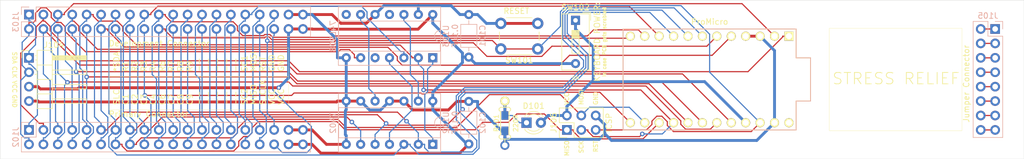
<source format=kicad_pcb>
(kicad_pcb (version 20221018) (generator pcbnew)
  (layers (0 "F.Cu" signal) (31 "B.Cu" signal) (34 "B.Paste" user) (35 "F.Paste" user) (36 "B.SilkS" user "B.Silkscreen") (37 "F.SilkS" user "F.Silkscreen") (38 "B.Mask" user) (39 "F.Mask" user) (44 "Edge.Cuts" user))
  (net 0 "")
  (net 1 "VCC")
  (net 2 "GND")
  (net 3 "Net-(D101-K)")
  (net 4 "/VCC_RAW")
  (net 5 "SDA")
  (net 6 "SCL")
  (net 7 "SW_ROW1")
  (net 8 "SW_COL1")
  (net 9 "SW_ROW2")
  (net 10 "SW_COL2")
  (net 11 "SW_COL3")
  (net 12 "SW_COL4")
  (net 13 "SW_ROW5")
  (net 14 "SW_COL5")
  (net 15 "SW_ROW6")
  (net 16 "SW_COL6")
  (net 17 "SW_ROW7")
  (net 18 "SW_COL7")
  (net 19 "SW_ROW8")
  (net 20 "SW_COL8")
  (net 21 "SW_ROW9")
  (net 22 "SW_COL9")
  (net 23 "/DP21")
  (net 24 "/DP22")
  (net 25 "/DP23")
  (net 26 "/DP24")
  (net 27 "/DP25")
  (net 28 "/DP26")
  (net 29 "/DP27")
  (net 30 "/DP28")
  (net 31 "/DP29")
  (net 32 "/DP30")
  (net 33 "SPI_CS1")
  (net 34 "SPI_CS2")
  (net 35 "SPI_MOSI")
  (net 36 "SPI_MISO")
  (net 37 "RST")
  (net 38 "SPI_CLK")
  (net 42 "Net-(U102-Pad1)")
  (net 43 "Net-(U102-Pad4)")
  (net 44 "Net-(U102-Pad10)")
  (net 45 "Net-(U102-Pad13)")
  (net 46 "Net-(J105-Pin_1)")
  (net 47 "Net-(J105-Pin_3)")
  (net 48 "Net-(J105-Pin_5)")
  (net 49 "Net-(J105-Pin_7)")
  (net 50 "Net-(J105-Pin_10)")
  (net 51 "Net-(J105-Pin_11)")
  (net 52 "Net-(J105-Pin_13)")
  (net 53 "Net-(J105-Pin_15)")
  (net 54 "SW_ROW3")
  (net 55 "SW_ROW4")
  (net 56 "/i2C_SCL")
  (footprint "MountingHole:MountingHole_2.7mm" (layer "F.Cu") (at 184.15 201.316)
    (fp_text reference "H104" hide)
    (fp_text value "Stress Relief" hide)
  )
  (footprint "MountingHole:MountingHole_2.7mm" (layer "F.Cu") (at 175.514 201.316)
    (fp_text reference "H102" hide)
    (fp_text value "Stress Relief" hide)
  )
  (footprint "promicro:ProMicro" (layer "F.Cu") (at 151.384 195.326 180)
    (fp_text reference "U101" hide)
    (fp_text value "ProMicro")
  )
  (footprint "MountingHole:MountingHole_2.7mm" (layer "F.Cu") (at 175.514 189.336)
    (fp_text reference "H101" hide)
    (fp_text value "Stress Relief" hide)
  )
  (footprint "Button_Switch_THT:SW_PUSH_6mm" (layer "F.Cu") (at 121.106 189.956 180)
    (fp_text reference "SW101")
    (fp_text value "RESET")
  )
  (footprint "keebio:Resistor-Hybrid" (layer "F.Cu") (at 115.316 203.026 -90)
    (fp_text reference "R101")
    (fp_text value "220R")
  )
  (footprint "MountingHole:MountingHole_2.7mm" (layer "F.Cu") (at 192.786 189.336)
    (fp_text reference "H105" hide)
    (fp_text value "Stress Relief" hide)
  )
  (footprint "Button_Switch_THT:SW_DIP_SPSTx01_Slide_9.78x4.72mm_W7.62mm_P2.54mm" (layer "F.Cu") (at 127.762 184.912 -90)
    (fp_text reference "SW102")
    (fp_text value "SW_DIP_x01")
  )
  (footprint "LED_THT:LED_D3.0mm" (layer "F.Cu") (at 119.126 202.946)
    (fp_text reference "D101")
    (fp_text value "LED")
  )
  (footprint "MountingHole:MountingHole_2.7mm" (layer "F.Cu") (at 192.786 201.316)
    (fp_text reference "H106" hide)
    (fp_text value "Stress Relief" hide)
  )
  (footprint "MountingHole:MountingHole_2.7mm" (layer "F.Cu") (at 184.15 189.336)
    (fp_text reference "H103" hide)
    (fp_text value "Stress Relief" hide)
  )
  (footprint "Connector_PinHeader_2.54mm:PinHeader_2x03_P2.54mm_Vertical" (layer "F.Cu") (at 126.238 204.216 90)
    (fp_text reference "J106")
    (fp_text value "ICSP")
  )
  (footprint "Connector_PinHeader_2.54mm:PinHeader_1x04_P2.54mm_Horizontal" (layer "F.Cu") (at 31.496 191.516)
    (fp_text reference "J104")
    (fp_text value "I2C DISPLAY")
  )
  (footprint "Capacitor_THT:C_Axial_L3.8mm_D2.6mm_P7.50mm_Horizontal" (layer "B.Cu") (at 108.966 191.396 90)
    (fp_text reference "C101")
    (fp_text value "0.1uF")
  )
  (footprint "Connector_PinHeader_2.54mm:PinHeader_2x20_P2.54mm_Vertical" (layer "B.Cu") (at 31.496 183.896 -90)
    (fp_text reference "J103")
    (fp_text value "Development Connector")
  )
  (footprint "Package_DIP:DIP-14_W7.62mm_Socket" (layer "B.Cu") (at 102.616 191.506 90)
    (fp_text reference "U103")
    (fp_text value "74LS08")
  )
  (footprint "Connector_PinHeader_2.54mm:PinHeader_2x08_P2.54mm_Vertical" (layer "B.Cu") (at 201.676 186.436 180)
    (fp_text reference "J105")
    (fp_text value "Jumper Connector")
  )
  (footprint "Connector_PinHeader_2.54mm:PinHeader_2x20_P2.54mm_Vertical" (layer "B.Cu") (at 31.496 204.216 -90)
    (fp_text reference "J102")
    (fp_text value "Primary Connector")
  )
  (footprint "Package_DIP:DIP-14_W7.62mm_Socket" (layer "B.Cu") (at 102.616 206.756 90)
    (fp_text reference "U102")
    (fp_text value "7402")
  )
  (footprint "Capacitor_THT:C_Axial_L3.8mm_D2.6mm_P7.50mm_Horizontal" (layer "B.Cu") (at 108.966 206.696 90)
    (fp_text reference "C102")
    (fp_text value "0.1uF")
  )
  (gr_rect locked (start 172.466 186.309) (end 195.834 204.343) (stroke (width 0.05)) (fill none) (layer "F.SilkS"))
  (gr_line (start 26.416 209.296) (end 26.416 181.356) (stroke (width 0.05)) (layer "Edge.Cuts"))
  (gr_line (start 26.416 181.356) (end 28.956 181.356) (stroke (width 0.05)) (layer "Edge.Cuts"))
  (gr_line (start 206.756 181.356) (end 206.756 209.296) (stroke (width 0.05)) (layer "Edge.Cuts"))
  (gr_line (start 28.956 181.356) (end 206.756 181.356) (stroke (width 0.05)) (layer "Edge.Cuts"))
  (gr_line (start 206.756 209.296) (end 26.416 209.296) (stroke (width 0.05)) (layer "Edge.Cuts"))
  (gr_text locked "STRESS RELIEF" (at 172.886904 196.342) (layer "F.SilkS") (effects (font (size 2 2)) (justify left bottom)))
  (gr_text_box "*SDA\nR1\nR2\nR3\nR4\nR6\nR7\nR8\nR9\n--\n--\n--\n--\n--\nSC1\nMOSI\nRST\nGND\nGND" (start 45.593 194.818) (end 77.216 189.738) (angle 90) (layer "F.SilkS") (effects (font (size 1 1)) (justify left top)) (stroke (width 0.05)))
  (gr_text_box "SLC\nC1\nC2\nC3\nC4\nC6\nC7\nC8\nC9\n--\n--\n--\n--\n--\nSC2\nMISO\nS_CLK\nVCC\nVCC" (start 45.593 200.66) (end 77.216 194.818) (angle 90) (layer "F.SilkS") (effects (font (size 1 1)) (justify left top)) (stroke (width 0.05)))
  (segment (start 33.4961 196.996) (end 33.0961 196.596) (width 0.5) (layer "F.Cu") (net 1))
  (segment (start 107.3558 208.3062) (end 108.966 206.696) (width 0.5) (layer "F.Cu") (net 1))
  (segment (start 79.756 186.436) (end 81.3561 186.436) (width 0.5) (layer "F.Cu") (net 1))
  (segment (start 31.496 196.596) (end 33.0961 196.596) (width 0.5) (layer "F.Cu") (net 1))
  (segment (start 102.616 183.886) (end 100.0328 186.4692) (width 0.5) (layer "F.Cu") (net 1))
  (segment (start 77.216 206.756) (end 79.756 206.756) (width 0.5) (layer "F.Cu") (net 1))
  (segment (start 81.3561 206.756) (end 82.9063 208.3062) (width 0.5) (layer "F.Cu") (net 1))
  (segment (start 75.498 196.7847) (end 40.2961 196.7847) (width 0.5) (layer "F.Cu") (net 1))
  (segment (start 40.0848 196.996) (end 33.4961 196.996) (width 0.5) (layer "F.Cu") (net 1))
  (segment (start 79.756 206.756) (end 81.3561 206.756) (width 0.5) (layer "F.Cu") (net 1))
  (segment (start 40.2961 196.7847) (end 40.0848 196.996) (width 0.5) (layer "F.Cu") (net 1))
  (segment (start 100.0328 186.4692) (end 81.3893 186.4692) (width 0.5) (layer "F.Cu") (net 1))
  (segment (start 77.216 186.436) (end 79.756 186.436) (width 0.5) (layer "F.Cu") (net 1))
  (segment (start 82.9063 208.3062) (end 107.3558 208.3062) (width 0.5) (layer "F.Cu") (net 1))
  (segment (start 81.3893 186.4692) (end 81.3561 186.436) (width 0.5) (layer "F.Cu") (net 1))
  (via (at 75.498 196.7847) (size 0.8) (drill 0.4) (layers "F.Cu" "B.Cu") (net 1))
  (segment (start 107.8485 191.396) (end 108.966 191.396) (width 0.5) (layer "B.Cu") (net 1))
  (segment (start 102.616 200.6861) (end 108.6259 206.696) (width 0.5) (layer "B.Cu") (net 1))
  (segment (start 110.102 192.532) (end 108.966 191.396) (width 0.5) (layer "B.Cu") (net 1))
  (segment (start 127.762 192.532) (end 126.2119 192.532) (width 0.5) (layer "B.Cu") (net 1))
  (segment (start 77.216 186.436) (end 77.216 195.0667) (width 0.5) (layer "B.Cu") (net 1))
  (segment (start 126.2119 192.532) (end 110.102 192.532) (width 0.5) (layer "B.Cu") (net 1))
  (segment (start 107.8485 191.396) (end 107.8485 190.6686) (width 0.5) (layer "B.Cu") (net 1))
  (segment (start 107.8485 190.6686) (end 102.616 185.4361) (width 0.5) (layer "B.Cu") (net 1))
  (segment (start 108.6259 206.696) (end 108.966 206.696) (width 0.5) (layer "B.Cu") (net 1))
  (segment (start 102.616 199.136) (end 102.616 197.5859) (width 0.5) (layer "B.Cu") (net 1))
  (segment (start 102.616 199.136) (end 102.616 200.6861) (width 0.5) (layer "B.Cu") (net 1))
  (segment (start 77.216 195.0667) (end 75.498 196.7847) (width 0.5) (layer "B.Cu") (net 1))
  (segment (start 102.616 197.5859) (end 107.8485 192.3534) (width 0.5) (layer "B.Cu") (net 1))
  (segment (start 102.616 183.886) (end 102.616 185.4361) (width 0.5) (layer "B.Cu") (net 1))
  (segment (start 107.8485 192.3534) (end 107.8485 191.396) (width 0.5) (layer "B.Cu") (net 1))
  (segment (start 87.376 206.756) (end 83.8961 206.756) (width 0.5) (layer "F.Cu") (net 2))
  (segment (start 89.916 199.136) (end 87.376 199.136) (width 0.5) (layer "F.Cu") (net 2))
  (segment (start 106.8739 199.196) (end 108.966 199.196) (width 0.5) (layer "F.Cu") (net 2))
  (segment (start 97.536 199.136) (end 94.996 199.136) (width 0.5) (layer "F.Cu") (net 2))
  (segment (start 33.2475 199.2874) (end 85.6745 199.2874) (width 0.5) (layer "F.Cu") (net 2))
  (segment (start 92.456 183.886) (end 90.9011 185.4409) (width 0.5) (layer "F.Cu") (net 2))
  (segment (start 79.756 183.896) (end 77.216 183.896) (width 0.5) (layer "F.Cu") (net 2))
  (segment (start 79.756 204.216) (end 81.3561 204.216) (width 0.5) (layer "F.Cu") (net 2))
  (segment (start 115.316 205.526) (end 115.316 204.376) (width 0.5) (layer "F.Cu") (net 2))
  (segment (start 83.8961 206.756) (end 81.3561 204.216) (width 0.5) (layer "F.Cu") (net 2))
  (segment (start 79.756 204.216) (end 77.216 204.216) (width 0.5) (layer "F.Cu") (net 2))
  (segment (start 115.316 206.926) (end 115.316 205.526) (width 0.5) (layer "F.Cu") (net 2))
  (segment (start 33.0961 199.136) (end 33.2475 199.2874) (width 0.5) (layer "F.Cu") (net 2))
  (segment (start 99.0941 200.6941) (end 105.3758 200.6941) (width 0.5) (layer "F.Cu") (net 2))
  (segment (start 97.536 199.136) (end 99.0941 200.6941) (width 0.5) (layer "F.Cu") (net 2))
  (segment (start 114.606 185.456) (end 121.106 185.456) (width 0.5) (layer "F.Cu") (net 2))
  (segment (start 87.376 199.136) (end 85.8259 199.136) (width 0.5) (layer "F.Cu") (net 2))
  (segment (start 85.6745 199.2874) (end 85.8259 199.136) (width 0.5) (layer "F.Cu") (net 2))
  (segment (start 86.4309 185.4409) (end 84.886 183.896) (width 0.5) (layer "F.Cu") (net 2))
  (segment (start 84.886 183.896) (end 79.756 183.896) (width 0.5) (layer "F.Cu") (net 2))
  (segment (start 157.734 187.706) (end 160.274 187.706) (width 0.5) (layer "F.Cu") (net 2))
  (segment (start 90.9011 185.4409) (end 86.4309 185.4409) (width 0.5) (layer "F.Cu") (net 2))
  (segment (start 105.3758 200.6941) (end 106.8739 199.196) (width 0.5) (layer "F.Cu") (net 2))
  (segment (start 31.496 199.136) (end 33.0961 199.136) (width 0.5) (layer "F.Cu") (net 2))
  (segment (start 108.966 183.896) (end 110.5161 183.896) (width 0.5) (layer "B.Cu") (net 2))
  (segment (start 132.919 204.8866) (end 134.1035 206.0711) (width 0.5) (layer "B.Cu") (net 2))
  (segment (start 162.814 190.246) (end 160.274 187.706) (width 0.5) (layer "B.Cu") (net 2))
  (segment (start 100.076 183.886) (end 100.076 182.3359) (width 0.5) (layer "B.Cu") (net 2))
  (segment (start 162.814 202.946) (end 162.814 190.246) (width 0.5) (layer "B.Cu") (net 2))
  (segment (start 115.316 205.876) (end 115.316 205.526) (width 0.5) (layer "B.Cu") (net 2))
  (segment (start 134.1035 206.0711) (end 159.6889 206.0711) (width 0.5) (layer "B.Cu") (net 2))
  (segment (start 87.376 199.136) (end 87.376 191.506) (width 0.5) (layer "B.Cu") (net 2))
  (segment (start 159.6889 206.0711) (end 162.814 202.946) (width 0.5) (layer "B.Cu") (net 2))
  (segment (start 87.2193 200.8428) (end 87.2193 205.0492) (width 0.5) (layer "B.Cu") (net 2))
  (segment (start 85.8259 191.506) (end 85.8259 188.3658) (width 0.5) (layer "B.Cu") (net 2))
  (segment (start 112.0761 185.456) (end 110.5161 183.896) (width 0.5) (layer "B.Cu") (net 2))
  (segment (start 115.316 205.526) (end 115.316 204.951) (width 0.5) (layer "B.Cu") (net 2))
  (segment (start 85.8259 188.3658) (end 81.3561 183.896) (width 0.5) (layer "B.Cu") (net 2))
  (segment (start 79.756 183.896) (end 81.3561 183.896) (width 0.5) (layer "B.Cu") (net 2))
  (segment (start 132.919 203.277) (end 131.318 201.676) (width 0.5) (layer "B.Cu") (net 2))
  (segment (start 115.316 204.951) (end 115.316 204.376) (width 0.5) (layer "B.Cu") (net 2))
  (segment (start 105.8558 182.3359) (end 107.4159 183.896) (width 0.5) (layer "B.Cu") (net 2))
  (segment (start 87.376 200.6861) (end 87.2193 200.8428) (width 0.5) (layer "B.Cu") (net 2))
  (segment (start 115.316 204.951) (end 110.5161 200.1511) (width 0.5) (layer "B.Cu") (net 2))
  (segment (start 87.376 206.756) (end 87.376 205.2059) (width 0.5) (layer "B.Cu") (net 2))
  (segment (start 108.966 183.896) (end 107.4159 183.896) (width 0.5) (layer "B.Cu") (net 2))
  (segment (start 100.076 182.3359) (end 105.8558 182.3359) (width 0.5) (layer "B.Cu") (net 2))
  (segment (start 132.919 204.8866) (end 132.919 203.277) (width 0.5) (layer "B.Cu") (net 2))
  (segment (start 114.606 185.456) (end 112.0761 185.456) (width 0.5) (layer "B.Cu") (net 2))
  (segment (start 87.2193 205.0492) (end 87.376 205.2059) (width 0.5) (layer "B.Cu") (net 2))
  (segment (start 110.5161 200.1511) (end 110.5161 199.196) (width 0.5) (layer "B.Cu") (net 2))
  (segment (start 92.456 183.886) (end 94.0061 182.3359) (width 0.5) (layer "B.Cu") (net 2))
  (segment (start 108.966 199.196) (end 110.5161 199.196) (width 0.5) (layer "B.Cu") (net 2))
  (segment (start 131.9296 205.876) (end 132.919 204.8866) (width 0.5) (layer "B.Cu") (net 2))
  (segment (start 94.996 199.136) (end 93.4328 200.6992) (width 0.5) (layer "B.Cu") (net 2))
  (segment (start 93.4328 200.6992) (end 91.4792 200.6992) (width 0.5) (layer "B.Cu") (net 2))
  (segment (start 115.316 206.926) (end 115.316 205.876) (width 0.5) (layer "B.Cu") (net 2))
  (segment (start 87.376 191.506) (end 85.8259 191.506) (width 0.5) (layer "B.Cu") (net 2))
  (segment (start 91.4792 200.6992) (end 89.916 199.136) (width 0.5) (layer "B.Cu") (net 2))
  (segment (start 94.0061 182.3359) (end 100.076 182.3359) (width 0.5) (layer "B.Cu") (net 2))
  (segment (start 87.376 199.136) (end 87.376 200.6861) (width 0.5) (layer "B.Cu") (net 2))
  (segment (start 115.316 205.876) (end 131.9296 205.876) (width 0.5) (layer "B.Cu") (net 2))
  (segment (start 115.316 200.526) (end 115.316 201.676) (width 0.2) (layer "F.Cu") (net 3))
  (segment (start 115.316 199.126) (end 115.316 200.526) (width 0.2) (layer "F.Cu") (net 3))
  (segment (start 115.316 201.676) (end 116.6559 201.676) (width 0.2) (layer "B.Cu") (net 3))
  (segment (start 115.316 200.526) (end 115.316 201.676) (width 0.2) (layer "B.Cu") (net 3))
  (segment (start 119.126 202.946) (end 117.9259 202.946) (width 0.2) (layer "B.Cu") (net 3))
  (segment (start 115.316 200.526) (end 115.316 199.126) (width 0.2) (layer "B.Cu") (net 3))
  (segment (start 116.6559 201.676) (end 117.9259 202.946) (width 0.2) (layer "B.Cu") (net 3))
  (segment (start 126.238 201.676) (end 126.238 200.0759) (width 0.5) (layer "B.Cu") (net 4))
  (segment (start 127.762 184.912) (end 127.762 186.4621) (width 0.5) (layer "B.Cu") (net 4))
  (segment (start 122.936 201.676) (end 121.666 202.946) (width 0.5) (layer "B.Cu") (net 4))
  (segment (start 130.8829 195.711) (end 150.499 195.711) (width 0.5) (layer "B.Cu") (net 4))
  (segment (start 130.8829 195.711) (end 130.8829 189.583) (width 0.5) (layer "B.Cu") (net 4))
  (segment (start 150.499 195.711) (end 157.734 202.946) (width 0.5) (layer "B.Cu") (net 4))
  (segment (start 126.238 200.0759) (end 130.6029 195.711) (width 0.5) (layer "B.Cu") (net 4))
  (segment (start 126.238 201.676) (end 122.936 201.676) (width 0.5) (layer "B.Cu") (net 4))
  (segment (start 130.6029 195.711) (end 130.8829 195.711) (width 0.5) (layer "B.Cu") (net 4))
  (segment (start 130.8829 189.583) (end 127.762 186.4621) (width 0.5) (layer "B.Cu") (net 4))
  (segment (start 31.496 204.216) (end 31.496 203.0659) (width 0.2) (layer "B.Cu") (net 5))
  (segment (start 31.7835 192.6661) (end 31.496 192.6661) (width 0.2) (layer "B.Cu") (net 5))
  (segment (start 31.496 203.0659) (end 32.9796 201.5823) (width 0.2) (layer "B.Cu") (net 5))
  (segment (start 32.6461 189.2158) (end 31.496 190.3659) (width 0.2) (layer "B.Cu") (net 5))
  (segment (start 31.496 191.516) (end 31.496 192.6661) (width 0.2) (layer "B.Cu") (net 5))
  (segment (start 31.496 191.516) (end 31.496 190.3659) (width 0.2) (layer "B.Cu") (net 5))
  (segment (start 32.9796 201.5823) (end 32.9796 193.8622) (width 0.2) (layer "B.Cu") (net 5))
  (segment (start 32.9796 193.8622) (end 31.7835 192.6661) (width 0.2) (layer "B.Cu") (net 5))
  (segment (start 31.7835 185.0461) (end 32.6461 185.9087) (width 0.2) (layer "B.Cu") (net 5))
  (segment (start 31.496 185.0461) (end 31.7835 185.0461) (width 0.2) (layer "B.Cu") (net 5))
  (segment (start 31.496 183.896) (end 31.496 185.0461) (width 0.2) (layer "B.Cu") (net 5))
  (segment (start 32.6461 185.9087) (end 32.6461 189.2158) (width 0.2) (layer "B.Cu") (net 5))
  (segment (start 36.3017 185.2858) (end 37.1142 185.2858) (width 0.2) (layer "F.Cu") (net 6))
  (segment (start 87.9265 190.0666) (end 88.8159 190.956) (width 0.2) (layer "F.Cu") (net 6))
  (segment (start 31.496 186.436) (end 31.496 185.2859) (width 0.2) (layer "F.Cu") (net 6))
  (segment (start 37.846 186.8451) (end 41.431 190.4301) (width 0.2) (layer "F.Cu") (net 6))
  (segment (start 32.6461 183.6429) (end 33.589 182.7) (width 0.2) (layer "F.Cu") (net 6))
  (segment (start 32.2867 185.2859) (end 32.6461 184.9265) (width 0.2) (layer "F.Cu") (net 6))
  (segment (start 35.4207 183.582) (end 35.4207 184.4048) (width 0.2) (layer "F.Cu") (net 6))
  (segment (start 34.5387 182.7) (end 35.4207 183.582) (width 0.2) (layer "F.Cu") (net 6))
  (segment (start 33.589 182.7) (end 34.5387 182.7) (width 0.2) (layer "F.Cu") (net 6))
  (segment (start 32.6461 184.9265) (end 32.6461 183.6429) (width 0.2) (layer "F.Cu") (net 6))
  (segment (start 35.4207 184.4048) (end 36.3017 185.2858) (width 0.2) (layer "F.Cu") (net 6))
  (segment (start 37.1142 185.2858) (end 37.846 186.0176) (width 0.2) (layer "F.Cu") (net 6))
  (segment (start 86.0125 190.4301) (end 86.376 190.0666) (width 0.2) (layer "F.Cu") (net 6))
  (segment (start 41.431 190.4301) (end 86.0125 190.4301) (width 0.2) (layer "F.Cu") (net 6))
  (segment (start 89.916 191.506) (end 88.8159 191.506) (width 0.2) (layer "F.Cu") (net 6))
  (segment (start 86.376 190.0666) (end 87.9265 190.0666) (width 0.2) (layer "F.Cu") (net 6))
  (segment (start 31.496 185.2859) (end 32.2867 185.2859) (width 0.2) (layer "F.Cu") (net 6))
  (segment (start 88.8159 190.956) (end 88.8159 191.506) (width 0.2) (layer "F.Cu") (net 6))
  (segment (start 37.846 186.0176) (end 37.846 186.8451) (width 0.2) (layer "F.Cu") (net 6))
  (segment (start 30.7053 205.6059) (end 30.0391 204.9397) (width 0.2) (layer "B.Cu") (net 6))
  (segment (start 31.496 186.436) (end 31.496 187.5861) (width 0.2) (layer "B.Cu") (net 6))
  (segment (start 31.496 205.6059) (end 30.7053 205.6059) (width 0.2) (layer "B.Cu") (net 6))
  (segment (start 31.496 206.756) (end 31.496 205.6059) (width 0.2) (layer "B.Cu") (net 6))
  (segment (start 30.0391 195.5129) (end 31.496 194.056) (width 0.2) (layer "B.Cu") (net 6))
  (segment (start 30.0391 204.9397) (end 30.0391 195.5129) (width 0.2) (layer "B.Cu") (net 6))
  (segment (start 30.296 192.856) (end 31.496 194.056) (width 0.2) (layer "B.Cu") (net 6))
  (segment (start 31.496 187.5861) (end 30.296 188.7861) (width 0.2) (layer "B.Cu") (net 6))
  (segment (start 30.296 188.7861) (end 30.296 192.856) (width 0.2) (layer "B.Cu") (net 6))
  (segment (start 32.766 186.0793) (end 34.036 184.8093) (width 0.2) (layer "F.Cu") (net 7))
  (segment (start 30.0427 190.703) (end 32.766 187.9797) (width 0.2) (layer "F.Cu") (net 7))
  (segment (start 164.2539 187.706) (end 164.2539 187.8435) (width 0.2) (layer "F.Cu") (net 7))
  (segment (start 34.036 184.8093) (end 34.036 185.0461) (width 0.2) (layer "F.Cu") (net 7))
  (segment (start 34.036 204.216) (end 34.036 203.0659) (width 0.2) (layer "F.Cu") (net 7))
  (segment (start 34.2743 185.0461) (end 34.036 185.0461) (width 0.2) (layer "F.Cu") (net 7))
  (segment (start 77.2283 192.035) (end 40.5078 192.035) (width 0.2) (layer "F.Cu") (net 7))
  (segment (start 165.354 187.706) (end 164.2539 187.706) (width 0.2) (layer "F.Cu") (net 7))
  (segment (start 35.2207 185.9925) (end 34.2743 185.0461) (width 0.2) (layer "F.Cu") (net 7))
  (segment (start 30.0427 199.7914) (end 30.0427 190.703) (width 0.2) (layer "F.Cu") (net 7))
  (segment (start 34.036 203.0659) (end 33.3172 203.0659) (width 0.2) (layer "F.Cu") (net 7))
  (segment (start 40.5078 192.035) (end 35.2207 186.7479) (width 0.2) (layer "F.Cu") (net 7))
  (segment (start 32.766 187.9797) (end 32.766 186.0793) (width 0.2) (layer "F.Cu") (net 7))
  (segment (start 33.3172 203.0659) (end 30.0427 199.7914) (width 0.2) (layer "F.Cu") (net 7))
  (segment (start 164.2539 187.8435) (end 158.1453 193.9521) (width 0.2) (layer "F.Cu") (net 7))
  (segment (start 34.036 183.896) (end 34.036 184.8093) (width 0.2) (layer "F.Cu") (net 7))
  (segment (start 35.2207 186.7479) (end 35.2207 185.9925) (width 0.2) (layer "F.Cu") (net 7))
  (segment (start 79.1454 193.9521) (end 77.2283 192.035) (width 0.2) (layer "F.Cu") (net 7))
  (segment (start 158.1453 193.9521) (end 79.1454 193.9521) (width 0.2) (layer "F.Cu") (net 7))
  (segment (start 40.3889 192.7889) (end 77.1336 192.7889) (width 0.2) (layer "F.Cu") (net 8))
  (segment (start 78.697 194.3523) (end 146.6003 194.3523) (width 0.2) (layer "F.Cu") (net 8))
  (segment (start 34.036 186.436) (end 40.3889 192.7889) (width 0.2) (layer "F.Cu") (net 8))
  (segment (start 146.6003 194.3523) (end 155.194 202.946) (width 0.2) (layer "F.Cu") (net 8))
  (segment (start 77.1336 192.7889) (end 78.697 194.3523) (width 0.2) (layer "F.Cu") (net 8))
  (segment (start 35.233 204.6964) (end 35.233 195.5497) (width 0.2) (layer "B.Cu") (net 8))
  (segment (start 35.233 195.5497) (end 34.036 194.3527) (width 0.2) (layer "B.Cu") (net 8))
  (segment (start 34.036 205.6059) (end 34.3235 205.6059) (width 0.2) (layer "B.Cu") (net 8))
  (segment (start 34.036 194.3527) (end 34.036 186.436) (width 0.2) (layer "B.Cu") (net 8))
  (segment (start 34.3235 205.6059) (end 35.233 204.6964) (width 0.2) (layer "B.Cu") (net 8))
  (segment (start 34.036 206.756) (end 34.036 205.6059) (width 0.2) (layer "B.Cu") (net 8))
  (segment (start 36.576 183.896) (end 37.7261 183.896) (width 0.2) (layer "F.Cu") (net 9))
  (segment (start 37.7261 183.896) (end 37.7261 183.6085) (width 0.2) (layer "F.Cu") (net 9))
  (segment (start 37.7261 183.6085) (end 39.3582 181.9764) (width 0.2) (layer "F.Cu") (net 9))
  (segment (start 157.0844 181.9764) (end 162.814 187.706) (width 0.2) (layer "F.Cu") (net 9))
  (segment (start 39.3582 181.9764) (end 157.0844 181.9764) (width 0.2) (layer "F.Cu") (net 9))
  (segment (start 36.576 204.216) (end 36.576 203.0659) (width 0.2) (layer "B.Cu") (net 9))
  (segment (start 35.4143 190.4911) (end 35.4143 185.9695) (width 0.2) (layer "B.Cu") (net 9))
  (segment (start 36.1722 191.249) (end 35.4143 190.4911) (width 0.2) (layer "B.Cu") (net 9))
  (segment (start 36.576 183.896) (end 36.576 185.0461) (width 0.2) (layer "B.Cu") (net 9))
  (segment (start 36.1722 202.6621) (end 36.1722 191.249) (width 0.2) (layer "B.Cu") (net 9))
  (segment (start 35.4143 185.9695) (end 36.3377 185.0461) (width 0.2) (layer "B.Cu") (net 9))
  (segment (start 36.3377 185.0461) (end 36.576 185.0461) (width 0.2) (layer "B.Cu") (net 9))
  (segment (start 36.576 203.0659) (end 36.1722 202.6621) (width 0.2) (layer "B.Cu") (net 9))
  (segment (start 146.304 202.6187) (end 146.304 203.2318) (width 0.2) (layer "F.Cu") (net 10))
  (segment (start 146.304 203.2318) (end 147.1609 204.0887) (width 0.2) (layer "F.Cu") (net 10))
  (segment (start 151.5113 204.0887) (end 152.654 202.946) (width 0.2) (layer "F.Cu") (net 10))
  (segment (start 77.237 195.7667) (end 77.9493 196.479) (width 0.2) (layer "F.Cu") (net 10))
  (segment (start 38.3411 195.7667) (end 77.237 195.7667) (width 0.2) (layer "F.Cu") (net 10))
  (segment (start 77.9493 196.479) (end 140.1643 196.479) (width 0.2) (layer "F.Cu") (net 10))
  (segment (start 38.2718 195.836) (end 38.3411 195.7667) (width 0.2) (layer "F.Cu") (net 10))
  (segment (start 140.1643 196.479) (end 146.304 202.6187) (width 0.2) (layer "F.Cu") (net 10))
  (segment (start 147.1609 204.0887) (end 151.5113 204.0887) (width 0.2) (layer "F.Cu") (net 10))
  (via (at 38.2718 195.836) (size 0.8) (drill 0.4) (layers "F.Cu" "B.Cu") (net 10))
  (segment (start 38.2718 195.836) (end 37.7579 196.3499) (width 0.2) (layer "B.Cu") (net 10))
  (segment (start 36.576 194.1402) (end 36.576 186.436) (width 0.2) (layer "B.Cu") (net 10))
  (segment (start 37.7579 204.6623) (end 36.8143 205.6059) (width 0.2) (layer "B.Cu") (net 10))
  (segment (start 36.576 206.756) (end 36.576 205.6059) (width 0.2) (layer "B.Cu") (net 10))
  (segment (start 38.2718 195.836) (end 36.576 194.1402) (width 0.2) (layer "B.Cu") (net 10))
  (segment (start 36.8143 205.6059) (end 36.576 205.6059) (width 0.2) (layer "B.Cu") (net 10))
  (segment (start 37.7579 196.3499) (end 37.7579 204.6623) (width 0.2) (layer "B.Cu") (net 10))
  (segment (start 39.7866 193.9605) (end 77.1734 193.9605) (width 0.2) (layer "F.Cu") (net 11))
  (segment (start 142.7786 195.6106) (end 150.114 202.946) (width 0.2) (layer "F.Cu") (net 11))
  (segment (start 77.1734 193.9605) (end 78.8235 195.6106) (width 0.2) (layer "F.Cu") (net 11))
  (segment (start 78.8235 195.6106) (end 142.7786 195.6106) (width 0.2) (layer "F.Cu") (net 11))
  (via (at 39.7866 193.9605) (size 0.8) (drill 0.4) (layers "F.Cu" "B.Cu") (net 11))
  (segment (start 40.3202 204.6892) (end 40.3202 194.4941) (width 0.2) (layer "B.Cu") (net 11))
  (segment (start 39.116 187.5861) (end 39.7866 188.2567) (width 0.2) (layer "B.Cu") (net 11))
  (segment (start 39.7866 188.2567) (end 39.7866 193.9605) (width 0.2) (layer "B.Cu") (net 11))
  (segment (start 39.116 186.436) (end 39.116 187.5861) (width 0.2) (layer "B.Cu") (net 11))
  (segment (start 39.116 206.756) (end 39.116 205.6059) (width 0.2) (layer "B.Cu") (net 11))
  (segment (start 39.116 205.6059) (end 39.4035 205.6059) (width 0.2) (layer "B.Cu") (net 11))
  (segment (start 40.3202 194.4941) (end 39.7866 193.9605) (width 0.2) (layer "B.Cu") (net 11))
  (segment (start 39.4035 205.6059) (end 40.3202 204.6892) (width 0.2) (layer "B.Cu") (net 11))
  (segment (start 41.656 194.8792) (end 77.4811 194.8792) (width 0.2) (layer "F.Cu") (net 12))
  (segment (start 140.7069 196.0789) (end 147.574 202.946) (width 0.2) (layer "F.Cu") (net 12))
  (segment (start 78.6808 196.0789) (end 140.7069 196.0789) (width 0.2) (layer "F.Cu") (net 12))
  (segment (start 77.4811 194.8792) (end 78.6808 196.0789) (width 0.2) (layer "F.Cu") (net 12))
  (via (at 41.656 194.8792) (size 0.8) (drill 0.4) (layers "F.Cu" "B.Cu") (net 12))
  (segment (start 41.656 202.5) (end 41.656 194.8792) (width 0.2) (layer "B.Cu") (net 12))
  (segment (start 41.656 206.756) (end 41.656 205.6059) (width 0.2) (layer "B.Cu") (net 12))
  (segment (start 41.9435 205.6059) (end 42.8401 204.7093) (width 0.2) (layer "B.Cu") (net 12))
  (segment (start 42.8401 203.6841) (end 41.656 202.5) (width 0.2) (layer "B.Cu") (net 12))
  (segment (start 41.656 186.436) (end 41.656 194.8792) (width 0.2) (layer "B.Cu") (net 12))
  (segment (start 42.8401 204.7093) (end 42.8401 203.6841) (width 0.2) (layer "B.Cu") (net 12))
  (segment (start 41.656 205.6059) (end 41.9435 205.6059) (width 0.2) (layer "B.Cu") (net 12))
  (segment (start 44.196 204.216) (end 45.3461 204.216) (width 0.2) (layer "F.Cu") (net 13))
  (segment (start 48.2358 201.088) (end 45.3461 203.9777) (width 0.2) (layer "F.Cu") (net 13))
  (segment (start 97.9999 202.6815) (end 96.4064 201.088) (width 0.2) (layer "F.Cu") (net 13))
  (segment (start 45.3461 203.9777) (end 45.3461 204.216) (width 0.2) (layer "F.Cu") (net 13))
  (segment (start 96.4064 201.088) (end 48.2358 201.088) (width 0.2) (layer "F.Cu") (net 13))
  (via (at 97.9999 202.6815) (size 0.8) (drill 0.4) (layers "F.Cu" "B.Cu") (net 13))
  (segment (start 145.1194 182.7114) (end 126.3495 182.7114) (width 0.2) (layer "B.Cu") (net 13))
  (segment (start 44.196 183.896) (end 44.196 185.0461) (width 0.2) (layer "B.Cu") (net 13))
  (segment (start 44.196 204.216) (end 44.196 203.0659) (width 0.2) (layer "B.Cu") (net 13))
  (segment (start 100.076 204.7576) (end 100.076 206.756) (width 0.2) (layer "B.Cu") (net 13))
  (segment (start 101.1761 207.3577) (end 101.1761 206.756) (width 0.2) (layer "B.Cu") (net 13))
  (segment (start 43.0347 201.9046) (end 43.0347 185.9691) (width 0.2) (layer "B.Cu") (net 13))
  (segment (start 106.7619 198.2217) (end 106.7619 202.4606) (width 0.2) (layer "B.Cu") (net 13))
  (segment (start 125.5085 188.2735) (end 129.1725 191.9375) (width 0.2) (layer "B.Cu") (net 13))
  (segment (start 97.9999 202.6815) (end 100.076 204.7576) (width 0.2) (layer "B.Cu") (net 13))
  (segment (start 110.3697 207.2898) (end 109.5586 208.1009) (width 0.2) (layer "B.Cu") (net 13))
  (segment (start 129.1725 191.9375) (end 129.1725 193.1021) (width 0.2) (layer "B.Cu") (net 13))
  (segment (start 44.196 203.0659) (end 43.0347 201.9046) (width 0.2) (layer "B.Cu") (net 13))
  (segment (start 129.1725 193.1021) (end 125.5106 196.764) (width 0.2) (layer "B.Cu") (net 13))
  (segment (start 100.076 206.756) (end 101.1761 206.756) (width 0.2) (layer "B.Cu") (net 13))
  (segment (start 109.5586 208.1009) (end 101.9193 208.1009) (width 0.2) (layer "B.Cu") (net 13))
  (segment (start 150.114 187.706) (end 145.1194 182.7114) (width 0.2) (layer "B.Cu") (net 13))
  (segment (start 126.3495 182.7114) (end 125.5085 183.5524) (width 0.2) (layer "B.Cu") (net 13))
  (segment (start 106.7619 202.4606) (end 110.3697 206.0684) (width 0.2) (layer "B.Cu") (net 13))
  (segment (start 125.5106 196.764) (end 108.2196 196.764) (width 0.2) (layer "B.Cu") (net 13))
  (segment (start 108.2196 196.764) (end 106.7619 198.2217) (width 0.2) (layer "B.Cu") (net 13))
  (segment (start 43.9577 185.0461) (end 44.196 185.0461) (width 0.2) (layer "B.Cu") (net 13))
  (segment (start 101.9193 208.1009) (end 101.1761 207.3577) (width 0.2) (layer "B.Cu") (net 13))
  (segment (start 43.0347 185.9691) (end 43.9577 185.0461) (width 0.2) (layer "B.Cu") (net 13))
  (segment (start 110.3697 206.0684) (end 110.3697 207.2898) (width 0.2) (layer "B.Cu") (net 13))
  (segment (start 125.5085 183.5524) (end 125.5085 188.2735) (width 0.2) (layer "B.Cu") (net 13))
  (segment (start 128.778 204.216) (end 129.9281 204.216) (width 0.2) (layer "F.Cu") (net 14))
  (segment (start 85.8444 189.2664) (end 85.4943 189.6165) (width 0.2) (layer "F.Cu") (net 14))
  (segment (start 98.9759 191.3685) (end 96.8738 189.2664) (width 0.2) (layer "F.Cu") (net 14))
  (segment (start 45.3461 186.6743) (end 45.3461 186.436) (width 0.2) (layer "F.Cu") (net 14))
  (segment (start 101.0016 197.1791) (end 139.2671 197.1791) (width 0.2) (layer "F.Cu") (net 14))
  (segment (start 129.9281 204.4543) (end 130.8655 205.3917) (width 0.2) (layer "F.Cu") (net 14))
  (segment (start 100.076 191.506) (end 98.9759 191.506) (width 0.2) (layer "F.Cu") (net 14))
  (segment (start 48.2883 189.6165) (end 45.3461 186.6743) (width 0.2) (layer "F.Cu") (net 14))
  (segment (start 98.9759 191.506) (end 98.9759 191.3685) (width 0.2) (layer "F.Cu") (net 14))
  (segment (start 44.196 186.436) (end 45.3461 186.436) (width 0.2) (layer "F.Cu") (net 14))
  (segment (start 96.8738 189.2664) (end 85.8444 189.2664) (width 0.2) (layer "F.Cu") (net 14))
  (segment (start 85.4943 189.6165) (end 48.2883 189.6165) (width 0.2) (layer "F.Cu") (net 14))
  (segment (start 139.0513 205.3917) (end 139.522 204.921) (width 0.2) (layer "F.Cu") (net 14))
  (segment (start 139.2671 197.1791) (end 145.034 202.946) (width 0.2) (layer "F.Cu") (net 14))
  (segment (start 130.8655 205.3917) (end 139.0513 205.3917) (width 0.2) (layer "F.Cu") (net 14))
  (segment (start 129.9281 204.216) (end 129.9281 204.4543) (width 0.2) (layer "F.Cu") (net 14))
  (via (at 101.0016 197.1791) (size 0.8) (drill 0.4) (layers "F.Cu" "B.Cu") (net 14))
  (via (at 139.522 204.921) (size 0.8) (drill 0.4) (layers "F.Cu" "B.Cu") (net 14))
  (segment (start 101.0016 193.5317) (end 101.0016 197.1791) (width 0.2) (layer "B.Cu") (net 14))
  (segment (start 145.034 202.946) (end 143.059 204.921) (width 0.2) (layer "B.Cu") (net 14))
  (segment (start 44.4835 205.6059) (end 45.3779 204.7115) (width 0.2) (layer "B.Cu") (net 14))
  (segment (start 100.076 191.506) (end 100.076 192.6061) (width 0.2) (layer "B.Cu") (net 14))
  (segment (start 44.196 200.8087) (end 44.196 186.436) (width 0.2) (layer "B.Cu") (net 14))
  (segment (start 100.076 192.6061) (end 101.0016 193.5317) (width 0.2) (layer "B.Cu") (net 14))
  (segment (start 45.3779 201.9906) (end 44.196 200.8087) (width 0.2) (layer "B.Cu") (net 14))
  (segment (start 143.059 204.921) (end 139.522 204.921) (width 0.2) (layer "B.Cu") (net 14))
  (segment (start 44.196 206.756) (end 44.196 205.6059) (width 0.2) (layer "B.Cu") (net 14))
  (segment (start 44.196 205.6059) (end 44.4835 205.6059) (width 0.2) (layer "B.Cu") (net 14))
  (segment (start 45.3779 204.7115) (end 45.3779 201.9906) (width 0.2) (layer "B.Cu") (net 14))
  (segment (start 98.6361 206.984) (end 98.6361 206.756) (width 0.2) (layer "B.Cu") (net 15))
  (segment (start 107.162 198.3874) (end 107.162 200.8636) (width 0.2) (layer "B.Cu") (net 15))
  (segment (start 125.9086 183.7181) (end 125.9086 187.6675) (width 0.2) (layer "B.Cu") (net 15))
  (segment (start 129.5726 191.3315) (end 129.5726 193.2678) (width 0.2) (layer "B.Cu") (net 15))
  (segment (start 125.9086 187.6675) (end 129.5726 191.3315) (width 0.2) (layer "B.Cu") (net 15))
  (segment (start 97.6582 206.756) (end 97.7803 206.756) (width 0.2) (layer "B.Cu") (net 15))
  (segment (start 109.7243 208.501) (end 100.1531 208.501) (width 0.2) (layer "B.Cu") (net 15))
  (segment (start 142.9795 183.1115) (end 126.5152 183.1115) (width 0.2) (layer "B.Cu") (net 15))
  (segment (start 107.162 200.8636) (end 110.7698 204.4714) (width 0.2) (layer "B.Cu") (net 15))
  (segment (start 46.736 203.0659) (end 46.736 202.5002) (width 0.2) (layer "B.Cu") (net 15))
  (segment (start 95.7813 208.6329) (end 46.9841 208.6329) (width 0.2) (layer "B.Cu") (net 15))
  (segment (start 110.7698 207.4555) (end 109.7243 208.501) (width 0.2) (layer "B.Cu") (net 15))
  (segment (start 125.6763 197.1641) (end 108.3853 197.1641) (width 0.2) (layer "B.Cu") (net 15))
  (segment (start 46.736 202.5002) (end 45.5779 201.3421) (width 0.2) (layer "B.Cu") (net 15))
  (segment (start 110.7698 204.4714) (end 110.7698 207.4555) (width 0.2) (layer "B.Cu") (net 15))
  (segment (start 46.736 183.896) (end 46.736 185.0461) (width 0.2) (layer "B.Cu") (net 15))
  (segment (start 108.3853 197.1641) (end 107.162 198.3874) (width 0.2) (layer "B.Cu") (net 15))
  (segment (start 45.5628 205.3892) (end 46.736 204.216) (width 0.2) (layer "B.Cu") (net 15))
  (segment (start 98.0861 206.756) (end 97.7803 206.756) (width 0.2) (layer "B.Cu") (net 15))
  (segment (start 100.1531 208.501) (end 98.6361 206.984) (width 0.2) (layer "B.Cu") (net 15))
  (segment (start 98.0861 206.756) (end 98.6361 206.756) (width 0.2) (layer "B.Cu") (net 15))
  (segment (start 129.5726 193.2678) (end 125.6763 197.1641) (width 0.2) (layer "B.Cu") (net 15))
  (segment (start 147.574 187.706) (end 142.9795 183.1115) (width 0.2) (layer "B.Cu") (net 15))
  (segment (start 46.736 204.216) (end 46.736 203.0659) (width 0.2) (layer "B.Cu") (net 15))
  (segment (start 45.5779 185.9167) (end 46.4485 185.0461) (width 0.2) (layer "B.Cu") (net 15))
  (segment (start 45.5779 201.3421) (end 45.5779 185.9167) (width 0.2) (layer "B.Cu") (net 15))
  (segment (start 126.5152 183.1115) (end 125.9086 183.7181) (width 0.2) (layer "B.Cu") (net 15))
  (segment (start 97.6582 206.756) (end 95.7813 208.6329) (width 0.2) (layer "B.Cu") (net 15))
  (segment (start 46.9841 208.6329) (end 45.5628 207.2116) (width 0.2) (layer "B.Cu") (net 15))
  (segment (start 97.536 206.756) (end 97.6582 206.756) (width 0.2) (layer "B.Cu") (net 15))
  (segment (start 46.4485 185.0461) (end 46.736 185.0461) (width 0.2) (layer "B.Cu") (net 15))
  (segment (start 45.5628 207.2116) (end 45.5628 205.3892) (width 0.2) (layer "B.Cu") (net 15))
  (segment (start 115.9386 202.876) (end 117.4128 201.4018) (width 0.2) (layer "F.Cu") (net 16))
  (segment (start 70.777 203.848) (end 71.8771 202.7479) (width 0.2) (layer "F.Cu") (net 16))
  (segment (start 126.238 204.216) (end 127.3881 204.216) (width 0.2) (layer "F.Cu") (net 16))
  (segment (start 71.8771 202.7479) (end 85.7324 202.7479) (width 0.2) (layer "F.Cu") (net 16))
  (segment (start 110.1065 204.1819) (end 111.4124 202.876) (width 0.2) (layer "F.Cu") (net 16))
  (segment (start 85.7324 202.7479) (end 87.1664 204.1819) (width 0.2) (layer "F.Cu") (net 16))
  (segment (start 139.6481 205.7919) (end 142.494 202.946) (width 0.2) (layer "F.Cu") (net 16))
  (segment (start 117.4128 201.4018) (end 122.2737 201.4018) (width 0.2) (layer "F.Cu") (net 16))
  (segment (start 127.3881 204.5035) (end 128.6765 205.7919) (width 0.2) (layer "F.Cu") (net 16))
  (segment (start 48.771 207.9284) (end 67.5566 207.9284) (width 0.2) (layer "F.Cu") (net 16))
  (segment (start 67.5566 207.9284) (end 68.4458 207.0392) (width 0.2) (layer "F.Cu") (net 16))
  (segment (start 111.4124 202.876) (end 115.9386 202.876) (width 0.2) (layer "F.Cu") (net 16))
  (segment (start 127.3881 204.216) (end 127.3881 204.5035) (width 0.2) (layer "F.Cu") (net 16))
  (segment (start 68.4458 207.0392) (end 68.4458 206.2178) (width 0.2) (layer "F.Cu") (net 16))
  (segment (start 47.8861 206.756) (end 47.8861 207.0435) (width 0.2) (layer "F.Cu") (net 16))
  (segment (start 47.8861 207.0435) (end 48.771 207.9284) (width 0.2) (layer "F.Cu") (net 16))
  (segment (start 70.777 204.7234) (end 70.777 203.848) (width 0.2) (layer "F.Cu") (net 16))
  (segment (start 122.2737 201.4018) (end 125.0879 204.216) (width 0.2) (layer "F.Cu") (net 16))
  (segment (start 128.6765 205.7919) (end 139.6481 205.7919) (width 0.2) (layer "F.Cu") (net 16))
  (segment (start 68.4458 206.2178) (end 69.2974 205.3662) (width 0.2) (layer "F.Cu") (net 16))
  (segment (start 87.1664 204.1819) (end 110.1065 204.1819) (width 0.2) (layer "F.Cu") (net 16))
  (segment (start 70.1342 205.3662) (end 70.777 204.7234) (width 0.2) (layer "F.Cu") (net 16))
  (segment (start 46.736 206.756) (end 47.8861 206.756) (width 0.2) (layer "F.Cu") (net 16))
  (segment (start 69.2974 205.3662) (end 70.1342 205.3662) (width 0.2) (layer "F.Cu") (net 16))
  (segment (start 126.238 204.216) (end 125.0879 204.216) (width 0.2) (layer "F.Cu") (net 16))
  (segment (start 47.7057 204.9237) (end 47.7057 188.5558) (width 0.2) (layer "B.Cu") (net 16))
  (segment (start 46.736 186.436) (end 46.736 187.5861) (width 0.2) (layer "B.Cu") (net 16))
  (segment (start 46.736 205.6059) (end 47.0235 205.6059) (width 0.2) (layer "B.Cu") (net 16))
  (segment (start 46.736 206.756) (end 46.736 205.6059) (width 0.2) (layer "B.Cu") (net 16))
  (segment (start 47.7057 188.5558) (end 46.736 187.5861) (width 0.2) (layer "B.Cu") (net 16))
  (segment (start 47.0235 205.6059) (end 47.7057 204.9237) (width 0.2) (layer "B.Cu") (net 16))
  (segment (start 105.0728 203.3817) (end 94.7046 203.3817) (width 0.2) (layer "F.Cu") (net 17))
  (segment (start 49.276 204.216) (end 50.4261 204.216) (width 0.2) (layer "F.Cu") (net 17))
  (segment (start 50.4261 204.216) (end 50.4261 203.9777) (width 0.2) (layer "F.Cu") (net 17))
  (segment (start 52.8716 201.5322) (end 92.8551 201.5322) (width 0.2) (layer "F.Cu") (net 17))
  (segment (start 94.7046 203.3817) (end 94.3986 203.0757) (width 0.2) (layer "F.Cu") (net 17))
  (segment (start 50.4261 203.9777) (end 52.8716 201.5322) (width 0.2) (layer "F.Cu") (net 17))
  (segment (start 92.8551 201.5322) (end 94.3986 203.0757) (width 0.2) (layer "F.Cu") (net 17))
  (segment (start 107.8714 200.5831) (end 105.0728 203.3817) (width 0.2) (layer "F.Cu") (net 17))
  (via (at 94.3986 203.0757) (size 0.8) (drill 0.4) (layers "F.Cu" "B.Cu") (net 17))
  (via (at 107.8714 200.5831) (size 0.8) (drill 0.4) (layers "F.Cu" "B.Cu") (net 17))
  (segment (start 129.9728 190.8832) (end 126.3087 187.2191) (width 0.2) (layer "B.Cu") (net 17))
  (segment (start 49.0377 185.0461) (end 49.276 185.0461) (width 0.2) (layer "B.Cu") (net 17))
  (segment (start 125.7528 197.7057) (end 129.9728 193.4857) (width 0.2) (layer "B.Cu") (net 17))
  (segment (start 48.1147 185.9691) (end 49.0377 185.0461) (width 0.2) (layer "B.Cu") (net 17))
  (segment (start 126.6809 183.5116) (end 140.8396 183.5116) (width 0.2) (layer "B.Cu") (net 17))
  (segment (start 140.8396 183.5116) (end 145.034 187.706) (width 0.2) (layer "B.Cu") (net 17))
  (segment (start 92.456 206.756) (end 92.456 205.0183) (width 0.2) (layer "B.Cu") (net 17))
  (segment (start 108.4095 197.7057) (end 125.7528 197.7057) (width 0.2) (layer "B.Cu") (net 17))
  (segment (start 48.1147 201.9046) (end 48.1147 185.9691) (width 0.2) (layer "B.Cu") (net 17))
  (segment (start 49.276 183.896) (end 49.276 185.0461) (width 0.2) (layer "B.Cu") (net 17))
  (segment (start 126.3087 183.8838) (end 126.6809 183.5116) (width 0.2) (layer "B.Cu") (net 17))
  (segment (start 49.276 204.216) (end 49.276 203.0659) (width 0.2) (layer "B.Cu") (net 17))
  (segment (start 49.276 203.0659) (end 48.1147 201.9046) (width 0.2) (layer "B.Cu") (net 17))
  (segment (start 107.5621 198.5531) (end 108.4095 197.7057) (width 0.2) (layer "B.Cu") (net 17))
  (segment (start 107.5621 200.2738) (end 107.5621 198.5531) (width 0.2) (layer "B.Cu") (net 17))
  (segment (start 107.8714 200.5831) (end 107.5621 200.2738) (width 0.2) (layer "B.Cu") (net 17))
  (segment (start 92.456 205.0183) (end 94.3986 203.0757) (width 0.2) (layer "B.Cu") (net 17))
  (segment (start 126.3087 187.2191) (end 126.3087 183.8838) (width 0.2) (layer "B.Cu") (net 17))
  (segment (start 129.9728 193.4857) (end 129.9728 190.8832) (width 0.2) (layer "B.Cu") (net 17))
  (segment (start 68.2062 204.7327) (end 68.2062 203.9792) (width 0.2) (layer "F.Cu") (net 18))
  (segment (start 49.276 206.756) (end 50.4261 206.756) (width 0.2) (layer "F.Cu") (net 18))
  (segment (start 68.2062 203.9792) (end 69.8376 202.3478) (width 0.2) (layer "F.Cu") (net 18))
  (segment (start 50.4261 206.756) (end 50.4261 206.4684) (width 0.2) (layer "F.Cu") (net 18))
  (segment (start 50.4261 206.4684) (end 51.2886 205.6059) (width 0.2) (layer "F.Cu") (net 18))
  (segment (start 51.2886 205.6059) (end 67.333 205.6059) (width 0.2) (layer "F.Cu") (net 18))
  (segment (start 85.8981 202.3478) (end 87.3321 203.7818) (width 0.2) (layer "F.Cu") (net 18))
  (segment (start 125.0971 197.9951) (end 128.778 201.676) (width 0.2) (layer "F.Cu") (net 18))
  (segment (start 112.5914 197.9951) (end 125.0971 197.9951) (width 0.2) (layer "F.Cu") (net 18))
  (segment (start 69.8376 202.3478) (end 85.8981 202.3478) (width 0.2) (layer "F.Cu") (net 18))
  (segment (start 106.8047 203.7818) (end 112.5914 197.9951) (width 0.2) (layer "F.Cu") (net 18))
  (segment (start 87.3321 203.7818) (end 106.8047 203.7818) (width 0.2) (layer "F.Cu") (net 18))
  (segment (start 67.333 205.6059) (end 68.2062 204.7327) (width 0.2) (layer "F.Cu") (net 18))
  (segment (start 50.4742 203.1325) (end 49.276 201.9343) (width 0.2) (layer "B.Cu") (net 18))
  (segment (start 49.276 206.756) (end 49.276 205.6059) (width 0.2) (layer "B.Cu") (net 18))
  (segment (start 130.2282 200.2258) (end 137.2338 200.2258) (width 0.2) (layer "B.Cu") (net 18))
  (segment (start 128.778 201.676) (end 130.2282 200.2258) (width 0.2) (layer "B.Cu") (net 18))
  (segment (start 49.276 201.9343) (end 49.276 186.436) (width 0.2) (layer "B.Cu") (net 18))
  (segment (start 49.276 205.6059) (end 49.5635 205.6059) (width 0.2) (layer "B.Cu") (net 18))
  (segment (start 49.5635 205.6059) (end 50.4742 204.6952) (width 0.2) (layer "B.Cu") (net 18))
  (segment (start 50.4742 204.6952) (end 50.4742 203.1325) (width 0.2) (layer "B.Cu") (net 18))
  (segment (start 137.2338 200.2258) (end 139.954 202.946) (width 0.2) (layer "B.Cu") (net 18))
  (segment (start 54.2023 182.4215) (end 52.9661 183.6577) (width 0.2) (layer "F.Cu") (net 19))
  (segment (start 87.4804 201.9323) (end 55.0115 201.9323) (width 0.2) (layer "F.Cu") (net 19))
  (segment (start 88.3694 202.8213) (end 87.4804 201.9323) (width 0.2) (layer "F.Cu") (net 19))
  (segment (start 52.9661 203.9777) (end 52.9661 204.216) (width 0.2) (layer "F.Cu") (net 19))
  (segment (start 55.0115 201.9323) (end 52.9661 203.9777) (width 0.2) (layer "F.Cu") (net 19))
  (segment (start 137.2095 182.4215) (end 54.2023 182.4215) (width 0.2) (layer "F.Cu") (net 19))
  (segment (start 51.816 183.896) (end 52.9661 183.896) (width 0.2) (layer "F.Cu") (net 19))
  (segment (start 51.816 204.216) (end 52.9661 204.216) (width 0.2) (layer "F.Cu") (net 19))
  (segment (start 142.494 187.706) (end 137.2095 182.4215) (width 0.2) (layer "F.Cu") (net 19))
  (segment (start 52.9661 183.6577) (end 52.9661 183.896) (width 0.2) (layer "F.Cu") (net 19))
  (via (at 88.3694 202.8213) (size 0.8) (drill 0.4) (layers "F.Cu" "B.Cu") (net 19))
  (segment (start 51.816 204.216) (end 51.816 203.0659) (width 0.2) (layer "B.Cu") (net 19))
  (segment (start 50.659 201.9089) (end 50.659 185.9156) (width 0.2) (layer "B.Cu") (net 19))
  (segment (start 50.659 185.9156) (end 51.5285 185.0461) (width 0.2) (layer "B.Cu") (net 19))
  (segment (start 89.916 206.756) (end 89.916 204.3679) (width 0.2) (layer "B.Cu") (net 19))
  (segment (start 89.916 204.3679) (end 88.3694 202.8213) (width 0.2) (layer "B.Cu") (net 19))
  (segment (start 51.5285 185.0461) (end 51.816 185.0461) (width 0.2) (layer "B.Cu") (net 19))
  (segment (start 51.816 203.0659) (end 50.659 201.9089) (width 0.2) (layer "B.Cu") (net 19))
  (segment (start 51.816 183.896) (end 51.816 185.0461) (width 0.2) (layer "B.Cu") (net 19))
  (segment (start 101.2916 197.8792) (end 101.5916 197.5792) (width 0.2) (layer "F.Cu") (net 20))
  (segment (start 100.7117 197.8792) (end 101.2916 197.8792) (width 0.2) (layer "F.Cu") (net 20))
  (segment (start 77.7548 198.1373) (end 78.1789 197.7132) (width 0.2) (layer "F.Cu") (net 20))
  (segment (start 132.0472 197.5792) (end 137.414 202.946) (width 0.2) (layer "F.Cu") (net 20))
  (segment (start 100.5457 197.7132) (end 100.7117 197.8792) (width 0.2) (layer "F.Cu") (net 20))
  (segment (start 78.1789 197.7132) (end 100.5457 197.7132) (width 0.2) (layer "F.Cu") (net 20))
  (segment (start 101.5916 197.5792) (end 132.0472 197.5792) (width 0.2) (layer "F.Cu") (net 20))
  (segment (start 51.9122 198.1373) (end 77.7548 198.1373) (width 0.2) (layer "F.Cu") (net 20))
  (via (at 51.9122 198.1373) (size 0.8) (drill 0.4) (layers "F.Cu" "B.Cu") (net 20))
  (segment (start 52.9773 204.7321) (end 52.9773 199.2024) (width 0.2) (layer "B.Cu") (net 20))
  (segment (start 51.816 205.6059) (end 52.1035 205.6059) (width 0.2) (layer "B.Cu") (net 20))
  (segment (start 51.816 198.0411) (end 51.816 186.436) (width 0.2) (layer "B.Cu") (net 20))
  (segment (start 51.9122 198.1373) (end 51.816 198.0411) (width 0.2) (layer "B.Cu") (net 20))
  (segment (start 51.816 206.756) (end 51.816 205.6059) (width 0.2) (layer "B.Cu") (net 20))
  (segment (start 52.9773 199.2024) (end 51.9122 198.1373) (width 0.2) (layer "B.Cu") (net 20))
  (segment (start 52.1035 205.6059) (end 52.9773 204.7321) (width 0.2) (layer "B.Cu") (net 20))
  (segment (start 56.5378 185.166) (end 55.5061 184.1343) (width 0.2) (layer "F.Cu") (net 21))
  (segment (start 72.8321 187.5896) (end 69.123 187.5896) (width 0.2) (layer "F.Cu") (net 21))
  (segment (start 69.123 187.5896) (end 68.2062 186.6728) (width 0.2) (layer "F.Cu") (net 21))
  (segment (start 74.4277 187.9143) (end 73.9232 187.4098) (width 0.2) (layer "F.Cu") (net 21))
  (segment (start 130.9422 186.5841) (end 129.8603 187.666) (width 0.2) (layer "F.Cu") (net 21))
  (segment (start 68.2062 185.9193) (end 67.4529 185.166) (width 0.2) (layer "F.Cu") (net 21))
  (segment (start 73.0119 187.4098) (end 72.8321 187.5896) (width 0.2) (layer "F.Cu") (net 21))
  (segment (start 138.8321 186.5841) (end 130.9422 186.5841) (width 0.2) (layer "F.Cu") (net 21))
  (segment (start 55.5061 184.1343) (end 55.5061 183.896) (width 0.2) (layer "F.Cu") (net 21))
  (segment (start 84.9333 187.9143) (end 74.4277 187.9143) (width 0.2) (layer "F.Cu") (net 21))
  (segment (start 68.2062 186.6728) (end 68.2062 185.9193) (width 0.2) (layer "F.Cu") (net 21))
  (segment (start 129.8603 187.666) (end 85.1816 187.666) (width 0.2) (layer "F.Cu") (net 21))
  (segment (start 73.9232 187.4098) (end 73.0119 187.4098) (width 0.2) (layer "F.Cu") (net 21))
  (segment (start 85.1816 187.666) (end 84.9333 187.9143) (width 0.2) (layer "F.Cu") (net 21))
  (segment (start 54.356 183.896) (end 55.5061 183.896) (width 0.2) (layer "F.Cu") (net 21))
  (segment (start 139.954 187.706) (end 138.8321 186.5841) (width 0.2) (layer "F.Cu") (net 21))
  (segment (start 67.4529 185.166) (end 56.5378 185.166) (width 0.2) (layer "F.Cu") (net 21))
  (segment (start 53.1947 185.9691) (end 54.1177 185.0461) (width 0.2) (layer "B.Cu") (net 21))
  (segment (start 54.356 203.0659) (end 53.9558 202.6657) (width 0.2) (layer "B.Cu") (net 21))
  (segment (start 53.9558 195.2227) (end 53.1947 194.4616) (width 0.2) (layer "B.Cu") (net 21))
  (segment (start 53.1947 194.4616) (end 53.1947 185.9691) (width 0.2) (layer "B.Cu") (net 21))
  (segment (start 54.1177 185.0461) (end 54.356 185.0461) (width 0.2) (layer "B.Cu") (net 21))
  (segment (start 53.9558 202.6657) (end 53.9558 195.2227) (width 0.2) (layer "B.Cu") (net 21))
  (segment (start 54.356 183.896) (end 54.356 185.0461) (width 0.2) (layer "B.Cu") (net 21))
  (segment (start 54.356 204.216) (end 54.356 203.0659) (width 0.2) (layer "B.Cu") (net 21))
  (segment (start 137.0539 188.0661) (end 85.3473 188.0661) (width 0.2) (layer "F.Cu") (net 22))
  (segment (start 56.7723 187.9897) (end 55.5061 186.7235) (width 0.2) (layer "F.Cu") (net 22))
  (segment (start 72.9978 187.9897) (end 56.7723 187.9897) (width 0.2) (layer "F.Cu") (net 22))
  (segment (start 137.414 187.706) (end 137.0539 188.0661) (width 0.2) (layer "F.Cu") (net 22))
  (segment (start 73.1776 187.8099) (end 72.9978 187.9897) (width 0.2) (layer "F.Cu") (net 22))
  (segment (start 54.356 186.436) (end 55.5061 186.436) (width 0.2) (layer "F.Cu") (net 22))
  (segment (start 55.5061 186.7235) (end 55.5061 186.436) (width 0.2) (layer "F.Cu") (net 22))
  (segment (start 85.3473 188.0661) (end 85.099 188.3144) (width 0.2) (layer "F.Cu") (net 22))
  (segment (start 73.7575 187.8099) (end 73.1776 187.8099) (width 0.2) (layer "F.Cu") (net 22))
  (segment (start 74.262 188.3144) (end 73.7575 187.8099) (width 0.2) (layer "F.Cu") (net 22))
  (segment (start 85.099 188.3144) (end 74.262 188.3144) (width 0.2) (layer "F.Cu") (net 22))
  (segment (start 54.5943 205.6059) (end 54.356 205.6059) (width 0.2) (layer "B.Cu") (net 22))
  (segment (start 54.356 201.6404) (end 55.5466 202.831) (width 0.2) (layer "B.Cu") (net 22))
  (segment (start 55.5466 204.6536) (end 54.5943 205.6059) (width 0.2) (layer "B.Cu") (net 22))
  (segment (start 54.356 206.756) (end 54.356 205.6059) (width 0.2) (layer "B.Cu") (net 22))
  (segment (start 54.356 186.436) (end 54.356 201.6404) (width 0.2) (layer "B.Cu") (net 22))
  (segment (start 55.5466 202.831) (end 55.5466 204.6536) (width 0.2) (layer "B.Cu") (net 22))
  (segment (start 56.896 204.216) (end 56.896 203.0659) (width 0.2) (layer "B.Cu") (net 23))
  (segment (start 55.7347 185.9691) (end 56.6577 185.0461) (width 0.2) (layer "B.Cu") (net 23))
  (segment (start 55.7347 201.9046) (end 55.7347 185.9691) (width 0.2) (layer "B.Cu") (net 23))
  (segment (start 56.896 203.0659) (end 55.7347 201.9046) (width 0.2) (layer "B.Cu") (net 23))
  (segment (start 56.6577 185.0461) (end 56.896 185.0461) (width 0.2) (layer "B.Cu") (net 23))
  (segment (start 56.896 183.896) (end 56.896 185.0461) (width 0.2) (layer "B.Cu") (net 23))
  (segment (start 58.0866 204.6536) (end 57.1343 205.6059) (width 0.2) (layer "B.Cu") (net 24))
  (segment (start 56.896 206.756) (end 56.896 205.6059) (width 0.2) (layer "B.Cu") (net 24))
  (segment (start 58.0866 202.831) (end 58.0866 204.6536) (width 0.2) (layer "B.Cu") (net 24))
  (segment (start 56.896 186.436) (end 56.896 201.6404) (width 0.2) (layer "B.Cu") (net 24))
  (segment (start 57.1343 205.6059) (end 56.896 205.6059) (width 0.2) (layer "B.Cu") (net 24))
  (segment (start 56.896 201.6404) (end 58.0866 202.831) (width 0.2) (layer "B.Cu") (net 24))
  (segment (start 58.2747 201.9046) (end 58.2747 185.9691) (width 0.2) (layer "B.Cu") (net 25))
  (segment (start 58.2747 185.9691) (end 59.1977 185.0461) (width 0.2) (layer "B.Cu") (net 25))
  (segment (start 59.436 183.896) (end 59.436 185.0461) (width 0.2) (layer "B.Cu") (net 25))
  (segment (start 59.436 203.0659) (end 58.2747 201.9046) (width 0.2) (layer "B.Cu") (net 25))
  (segment (start 59.1977 185.0461) (end 59.436 185.0461) (width 0.2) (layer "B.Cu") (net 25))
  (segment (start 59.436 204.216) (end 59.436 203.0659) (width 0.2) (layer "B.Cu") (net 25))
  (segment (start 60.6016 204.7278) (end 60.6016 201.9743) (width 0.2) (layer "B.Cu") (net 26))
  (segment (start 59.436 200.8087) (end 59.436 186.436) (width 0.2) (layer "B.Cu") (net 26))
  (segment (start 59.7235 205.6059) (end 60.6016 204.7278) (width 0.2) (layer "B.Cu") (net 26))
  (segment (start 59.436 206.756) (end 59.436 205.6059) (width 0.2) (layer "B.Cu") (net 26))
  (segment (start 59.436 205.6059) (end 59.7235 205.6059) (width 0.2) (layer "B.Cu") (net 26))
  (segment (start 60.6016 201.9743) (end 59.436 200.8087) (width 0.2) (layer "B.Cu") (net 26))
  (segment (start 61.976 203.0659) (end 61.5758 202.6657) (width 0.2) (layer "B.Cu") (net 27))
  (segment (start 61.976 183.896) (end 61.976 185.0461) (width 0.2) (layer "B.Cu") (net 27))
  (segment (start 61.5758 195.2227) (end 60.8147 194.4616) (width 0.2) (layer "B.Cu") (net 27))
  (segment (start 60.8147 194.4616) (end 60.8147 185.9691) (width 0.2) (layer "B.Cu") (net 27))
  (segment (start 61.976 204.216) (end 61.976 203.0659) (width 0.2) (layer "B.Cu") (net 27))
  (segment (start 60.8147 185.9691) (end 61.7377 185.0461) (width 0.2) (layer "B.Cu") (net 27))
  (segment (start 61.5758 202.6657) (end 61.5758 195.2227) (width 0.2) (layer "B.Cu") (net 27))
  (segment (start 61.7377 185.0461) (end 61.976 185.0461) (width 0.2) (layer "B.Cu") (net 27))
  (segment (start 61.976 186.436) (end 61.976 201.6404) (width 0.2) (layer "B.Cu") (net 28))
  (segment (start 63.1666 202.831) (end 63.1666 204.6536) (width 0.2) (layer "B.Cu") (net 28))
  (segment (start 61.976 206.756) (end 61.976 205.6059) (width 0.2) (layer "B.Cu") (net 28))
  (segment (start 61.976 201.6404) (end 63.1666 202.831) (width 0.2) (layer "B.Cu") (net 28))
  (segment (start 62.2143 205.6059) (end 61.976 205.6059) (width 0.2) (layer "B.Cu") (net 28))
  (segment (start 63.1666 204.6536) (end 62.2143 205.6059) (width 0.2) (layer "B.Cu") (net 28))
  (segment (start 64.516 203.0659) (end 63.3547 201.9046) (width 0.2) (layer "B.Cu") (net 29))
  (segment (start 63.3547 185.9691) (end 64.2777 185.0461) (width 0.2) (layer "B.Cu") (net 29))
  (segment (start 63.3547 201.9046) (end 63.3547 185.9691) (width 0.2) (layer "B.Cu") (net 29))
  (segment (start 64.2777 185.0461) (end 64.516 185.0461) (width 0.2) (layer "B.Cu") (net 29))
  (segment (start 64.516 183.896) (end 64.516 185.0461) (width 0.2) (layer "B.Cu") (net 29))
  (segment (start 64.516 204.216) (end 64.516 203.0659) (width 0.2) (layer "B.Cu") (net 29))
  (segment (start 64.516 201.6404) (end 65.7066 202.831) (width 0.2) (layer "B.Cu") (net 30))
  (segment (start 64.7543 205.6059) (end 64.516 205.6059) (width 0.2) (layer "B.Cu") (net 30))
  (segment (start 64.516 186.436) (end 64.516 201.6404) (width 0.2) (layer "B.Cu") (net 30))
  (segment (start 65.7066 204.6536) (end 64.7543 205.6059) (width 0.2) (layer "B.Cu") (net 30))
  (segment (start 64.516 206.756) (end 64.516 205.6059) (width 0.2) (layer "B.Cu") (net 30))
  (segment (start 65.7066 202.831) (end 65.7066 204.6536) (width 0.2) (layer "B.Cu") (net 30))
  (segment (start 66.0101 185.8537) (end 66.8177 185.0461) (width 0.2) (layer "B.Cu") (net 31))
  (segment (start 66.0101 202.02) (end 66.0101 185.8537) (width 0.2) (layer "B.Cu") (net 31))
  (segment (start 67.056 204.216) (end 67.056 203.0659) (width 0.2) (layer "B.Cu") (net 31))
  (segment (start 66.8177 185.0461) (end 67.056 185.0461) (width 0.2) (layer "B.Cu") (net 31))
  (segment (start 67.056 203.0659) (end 66.0101 202.02) (width 0.2) (layer "B.Cu") (net 31))
  (segment (start 67.056 183.896) (end 67.056 185.0461) (width 0.2) (layer "B.Cu") (net 31))
  (segment (start 67.056 200.8087) (end 67.056 186.436) (width 0.2) (layer "B.Cu") (net 32))
  (segment (start 67.056 206.756) (end 67.056 205.6059) (width 0.2) (layer "B.Cu") (net 32))
  (segment (start 67.056 205.6059) (end 67.3435 205.6059) (width 0.2) (layer "B.Cu") (net 32))
  (segment (start 68.2216 201.9743) (end 67.056 200.8087) (width 0.2) (layer "B.Cu") (net 32))
  (segment (start 68.2216 204.7278) (end 68.2216 201.9743) (width 0.2) (layer "B.Cu") (net 32))
  (segment (start 67.3435 205.6059) (end 68.2216 204.7278) (width 0.2) (layer "B.Cu") (net 32))
  (segment (start 97.536 190.4059) (end 96.986 190.4059) (width 0.2) (layer "B.Cu") (net 33))
  (segment (start 91.036 183.41) (end 90.0548 182.4288) (width 0.2) (layer "B.Cu") (net 33))
  (segment (start 71.975 182.4288) (end 70.7461 183.6577) (width 0.2) (layer "B.Cu") (net 33))
  (segment (start 69.596 183.896) (end 70.7461 183.896) (width 0.2) (layer "B.Cu") (net 33))
  (segment (start 70.7461 183.6577) (end 70.7461 183.896) (width 0.2) (layer "B.Cu") (net 33))
  (segment (start 90.0548 182.4288) (end 71.975 182.4288) (width 0.2) (layer "B.Cu") (net 33))
  (segment (start 68.5325 185.8221) (end 69.3085 185.0461) (width 0.2) (layer "B.Cu") (net 33))
  (segment (start 69.3085 185.0461) (end 69.596 185.0461) (width 0.2) (layer "B.Cu") (net 33))
  (segment (start 69.596 202.5002) (end 68.5325 201.4367) (width 0.2) (layer "B.Cu") (net 33))
  (segment (start 69.596 203.0659) (end 69.596 202.5002) (width 0.2) (layer "B.Cu") (net 33))
  (segment (start 91.036 184.4559) (end 91.036 183.41) (width 0.2) (layer "B.Cu") (net 33))
  (segment (start 97.536 191.506) (end 97.536 190.4059) (width 0.2) (layer "B.Cu") (net 33))
  (segment (start 68.5325 201.4367) (end 68.5325 185.8221) (width 0.2) (layer "B.Cu") (net 33))
  (segment (start 69.596 204.216) (end 69.596 203.0659) (width 0.2) (layer "B.Cu") (net 33))
  (segment (start 96.986 190.4059) (end 91.036 184.4559) (width 0.2) (layer "B.Cu") (net 33))
  (segment (start 69.596 183.896) (end 69.596 185.0461) (width 0.2) (layer "B.Cu") (net 33))
  (segment (start 69.596 205.6059) (end 69.8835 205.6059) (width 0.2) (layer "B.Cu") (net 34))
  (segment (start 70.786 203.1243) (end 69.596 201.9343) (width 0.2) (layer "B.Cu") (net 34))
  (segment (start 69.8835 205.6059) (end 70.786 204.7034) (width 0.2) (layer "B.Cu") (net 34))
  (segment (start 70.786 204.7034) (end 70.786 203.1243) (width 0.2) (layer "B.Cu") (net 34))
  (segment (start 69.596 206.756) (end 69.596 205.6059) (width 0.2) (layer "B.Cu") (net 34))
  (segment (start 69.596 201.9343) (end 69.596 186.436) (width 0.2) (layer "B.Cu") (net 34))
  (segment (start 72.136 204.216) (end 72.136 203.0659) (width 0.2) (layer "B.Cu") (net 35))
  (segment (start 71.8977 185.0461) (end 72.136 185.0461) (width 0.2) (layer "B.Cu") (net 35))
  (segment (start 70.9462 185.9976) (end 71.8977 185.0461) (width 0.2) (layer "B.Cu") (net 35))
  (segment (start 70.9462 201.8761) (end 70.9462 185.9976) (width 0.2) (layer "B.Cu") (net 35))
  (segment (start 72.136 183.896) (end 72.136 185.0461) (width 0.2) (layer "B.Cu") (net 35))
  (segment (start 72.136 203.0659) (end 70.9462 201.8761) (width 0.2) (layer "B.Cu") (net 35))
  (segment (start 72.136 206.756) (end 72.136 205.6059) (width 0.2) (layer "B.Cu") (net 36))
  (segment (start 72.136 200.8087) (end 72.136 186.436) (width 0.2) (layer "B.Cu") (net 36))
  (segment (start 73.2966 204.7328) (end 73.2966 201.9693) (width 0.2) (layer "B.Cu") (net 36))
  (segment (start 72.4235 205.6059) (end 73.2966 204.7328) (width 0.2) (layer "B.Cu") (net 36))
  (segment (start 72.136 205.6059) (end 72.4235 205.6059) (width 0.2) (layer "B.Cu") (net 36))
  (segment (start 73.2966 201.9693) (end 72.136 200.8087) (width 0.2) (layer "B.Cu") (net 36))
  (segment (start 113.1162 188.4662) (end 85.513 188.4662) (width 0.2) (layer "F.Cu") (net 37))
  (segment (start 145.0126 204.5059) (end 143.9338 203.4271) (width 0.2) (layer "F.Cu") (net 37))
  (segment (start 114.606 189.956) (end 121.106 189.956) (width 0.2) (layer "F.Cu") (net 37))
  (segment (start 85.2441 188.7351) (end 73.6926 188.7351) (width 0.2) (layer "F.Cu") (net 37))
  (segment (start 114.606 189.956) (end 113.1162 188.4662) (width 0.2) (layer "F.Cu") (net 37))
  (segment (start 131.318 204.216) (end 132.4681 204.216) (width 0.2) (layer "F.Cu") (net 37))
  (segment (start 143.9338 203.4271) (end 143.9338 202.771) (width 0.2) (layer "F.Cu") (net 37))
  (segment (start 143.9338 202.771) (end 142.9614 201.7986) (width 0.2) (layer "F.Cu") (net 37))
  (segment (start 142.9614 201.7986) (end 142.0803 201.7986) (width 0.2) (layer "F.Cu") (net 37))
  (segment (start 141.224 203.2443) (end 140.2523 204.216) (width 0.2) (layer "F.Cu") (net 37))
  (segment (start 160.274 202.946) (end 158.7141 204.5059) (width 0.2) (layer "F.Cu") (net 37))
  (segment (start 85.513 188.4662) (end 85.2441 188.7351) (width 0.2) (layer "F.Cu") (net 37))
  (segment (start 141.224 202.6549) (end 141.224 203.2443) (width 0.2) (layer "F.Cu") (net 37))
  (segment (start 73.6926 188.7351) (end 73.4675 188.51) (width 0.2) (layer "F.Cu") (net 37))
  (segment (start 140.2523 204.216) (end 132.4681 204.216) (width 0.2) (layer "F.Cu") (net 37))
  (segment (start 158.7141 204.5059) (end 145.0126 204.5059) (width 0.2) (layer "F.Cu") (net 37))
  (segment (start 142.0803 201.7986) (end 141.224 202.6549) (width 0.2) (layer "F.Cu") (net 37))
  (via (at 73.4675 188.51) (size 0.8) (drill 0.4) (layers "F.Cu" "B.Cu") (net 37))
  (segment (start 73.4675 186.0163) (end 74.4377 185.0461) (width 0.2) (layer "B.Cu") (net 37))
  (segment (start 126.1838 182.3113) (end 125.1084 183.3867) (width 0.2) (layer "B.Cu") (net 37))
  (segment (start 74.676 202.5002) (end 73.4675 201.2917) (width 0.2) (layer "B.Cu") (net 37))
  (segment (start 125.1084 185.9536) (end 121.106 189.956) (width 0.2) (layer "B.Cu") (net 37))
  (segment (start 73.4675 201.2917) (end 73.4675 188.51) (width 0.2) (layer "B.Cu") (net 37))
  (segment (start 73.4675 188.51) (end 73.4675 186.0163) (width 0.2) (layer "B.Cu") (net 37))
  (segment (start 74.676 203.0659) (end 74.676 202.5002) (width 0.2) (layer "B.Cu") (net 37))
  (segment (start 74.676 204.216) (end 74.676 203.0659) (width 0.2) (layer "B.Cu") (net 37))
  (segment (start 125.1084 183.3867) (end 125.1084 185.9536) (width 0.2) (layer "B.Cu") (net 37))
  (segment (start 151.384 194.056) (end 151.384 187.3598) (width 0.2) (layer "B.Cu") (net 37))
  (segment (start 146.3355 182.3113) (end 126.1838 182.3113) (width 0.2) (layer "B.Cu") (net 37))
  (segment (start 74.676 183.896) (end 74.676 185.0461) (width 0.2) (layer "B.Cu") (net 37))
  (segment (start 151.384 187.3598) (end 146.3355 182.3113) (width 0.2) (layer "B.Cu") (net 37))
  (segment (start 160.274 202.946) (end 151.384 194.056) (width 0.2) (layer "B.Cu") (net 37))
  (segment (start 74.4377 185.0461) (end 74.676 185.0461) (width 0.2) (layer "B.Cu") (net 37))
  (segment (start 80.4274 208.2196) (end 81.2461 207.4009) (width 0.2) (layer "B.Cu") (net 38))
  (segment (start 81.2461 207.4009) (end 81.2461 203.6163) (width 0.2) (layer "B.Cu") (net 38))
  (segment (start 76.1396 208.2196) (end 80.4274 208.2196) (width 0.2) (layer "B.Cu") (net 38))
  (segment (start 74.4493 187.8128) (end 74.676 187.5861) (width 0.2) (layer "B.Cu") (net 38))
  (segment (start 79.105 201.8574) (end 74.4493 197.2017) (width 0.2) (layer "B.Cu") (net 38))
  (segment (start 81.2461 203.6163) (end 79.4872 201.8574) (width 0.2) (layer "B.Cu") (net 38))
  (segment (start 74.676 206.756) (end 76.1396 208.2196) (width 0.2) (layer "B.Cu") (net 38))
  (segment (start 79.4872 201.8574) (end 79.105 201.8574) (width 0.2) (layer "B.Cu") (net 38))
  (segment (start 74.4493 197.2017) (end 74.4493 187.8128) (width 0.2) (layer "B.Cu") (net 38))
  (segment (start 74.676 186.436) (end 74.676 187.5861) (width 0.2) (layer "B.Cu") (net 38))
  (segment (start 101.7017 197.4691) (end 101.7017 193.5204) (width 0.2) (layer "B.Cu") (net 42))
  (segment (start 102.616 206.756) (end 102.616 205.6559) (width 0.2) (layer "B.Cu") (net 42))
  (segment (start 101.2159 204.2558) (end 101.2159 197.9549) (width 0.2) (layer "B.Cu") (net 42))
  (segment (start 101.7017 193.5204) (end 102.616 192.6061) (width 0.2) (layer "B.Cu") (net 42))
  (segment (start 102.616 205.6559) (end 101.2159 204.2558) (width 0.2) (layer "B.Cu") (net 42))
  (segment (start 101.2159 197.9549) (end 101.7017 197.4691) (width 0.2) (layer "B.Cu") (net 42))
  (segment (start 102.616 191.506) (end 102.616 192.6061) (width 0.2) (layer "B.Cu") (net 42))
  (segment (start 94.996 206.756) (end 94.996 205.6559) (width 0.2) (layer "B.Cu") (net 43))
  (segment (start 94.996 191.506) (end 94.996 192.6061) (width 0.2) (layer "B.Cu") (net 43))
  (segment (start 98.956 200.7354) (end 94.996 204.6954) (width 0.2) (layer "B.Cu") (net 43))
  (segment (start 94.996 204.6954) (end 94.996 205.6559) (width 0.2) (layer "B.Cu") (net 43))
  (segment (start 94.996 192.6061) (end 98.956 196.5661) (width 0.2) (layer "B.Cu") (net 43))
  (segment (start 98.956 196.5661) (end 98.956 200.7354) (width 0.2) (layer "B.Cu") (net 43))
  (segment (start 92.456 199.136) (end 92.456 198.0359) (width 0.2) (layer "B.Cu") (net 44))
  (segment (start 91.3559 186.426) (end 89.916 184.9861) (width 0.2) (layer "B.Cu") (net 44))
  (segment (start 92.456 198.0359) (end 91.3559 196.9358) (width 0.2) (layer "B.Cu") (net 44))
  (segment (start 91.3559 196.9358) (end 91.3559 186.426) (width 0.2) (layer "B.Cu") (net 44))
  (segment (start 89.916 183.886) (end 89.916 184.9861) (width 0.2) (layer "B.Cu") (net 44))
  (segment (start 98.6758 186.1259) (end 97.536 184.9861) (width 0.2) (layer "B.Cu") (net 45))
  (segment (start 98.6758 194.4755) (end 98.6758 186.1259) (width 0.2) (layer "B.Cu") (net 45))
  (segment (start 100.076 199.136) (end 100.076 195.8757) (width 0.2) (layer "B.Cu") (net 45))
  (segment (start 97.536 183.886) (end 97.536 184.9861) (width 0.2) (layer "B.Cu") (net 45))
  (segment (start 100.076 195.8757) (end 98.6758 194.4755) (width 0.2) (layer "B.Cu") (net 45))
  (segment (start 199.136 186.436) (end 201.676 186.436) (width 0.2) (layer "F.Cu") (net 46))
  (segment (start 199.136 188.976) (end 201.676 188.976) (width 0.2) (layer "F.Cu") (net 47))
  (segment (start 199.136 191.516) (end 201.676 191.516) (width 0.2) (layer "F.Cu") (net 48))
  (segment (start 199.136 194.056) (end 201.676 194.056) (width 0.2) (layer "F.Cu") (net 49))
  (segment (start 199.136 196.596) (end 201.676 196.596) (width 0.2) (layer "F.Cu") (net 50))
  (segment (start 199.136 199.136) (end 201.676 199.136) (width 0.2) (layer "F.Cu") (net 51))
  (segment (start 199.136 201.676) (end 201.676 201.676) (width 0.2) (layer "F.Cu") (net 52))
  (segment (start 199.136 204.216) (end 201.676 204.216) (width 0.2) (layer "F.Cu") (net 53))
  (segment (start 96.3729 191.9591) (end 96.3729 191.312) (width 0.2) (layer "F.Cu") (net 54))
  (segment (start 86.0101 189.6665) (end 85.66 190.0166) (width 0.2) (layer "F.Cu") (net 54))
  (segment (start 40.2661 186.724) (end 40.2661 185.9086) (width 0.2) (layer "F.Cu") (net 54))
  (segment (start 40.2661 185.9086) (end 39.4036 185.0461) (width 0.2) (layer "F.Cu") (net 54))
  (segment (start 151.8257 191.0743) (end 126.7068 191.0743) (width 0.2) (layer "F.Cu") (net 54))
  (segment (start 155.194 187.706) (end 151.8257 191.0743) (width 0.2) (layer "F.Cu") (net 54))
  (segment (start 97.2318 192.818) (end 96.3729 191.9591) (width 0.2) (layer "F.Cu") (net 54))
  (segment (start 43.5587 190.0166) (end 40.2661 186.724) (width 0.2) (layer "F.Cu") (net 54))
  (segment (start 85.66 190.0166) (end 43.5587 190.0166) (width 0.2) (layer "F.Cu") (net 54))
  (segment (start 96.3729 191.312) (end 94.7274 189.6665) (width 0.2) (layer "F.Cu") (net 54))
  (segment (start 124.9631 192.818) (end 97.2318 192.818) (width 0.2) (layer "F.Cu") (net 54))
  (segment (start 39.4036 185.0461) (end 39.116 185.0461) (width 0.2) (layer "F.Cu") (net 54))
  (segment (start 39.116 183.896) (end 39.116 185.0461) (width 0.2) (layer "F.Cu") (net 54))
  (segment (start 126.7068 191.0743) (end 124.9631 192.818) (width 0.2) (layer "F.Cu") (net 54))
  (segment (start 94.7274 189.6665) (end 86.0101 189.6665) (width 0.2) (layer "F.Cu") (net 54))
  (segment (start 39.116 185.0461) (end 38.8777 185.0461) (width 0.2) (layer "B.Cu") (net 54))
  (segment (start 38.8777 185.0461) (end 37.9164 186.0074) (width 0.2) (layer "B.Cu") (net 54))
  (segment (start 37.9164 192.1016) (end 39.0865 193.2717) (width 0.2) (layer "B.Cu") (net 54))
  (segment (start 39.0865 193.2717) (end 39.0865 203.0364) (width 0.2) (layer "B.Cu") (net 54))
  (segment (start 37.9164 186.0074) (end 37.9164 192.1016) (width 0.2) (layer "B.Cu") (net 54))
  (segment (start 39.116 204.216) (end 39.116 203.0659) (width 0.2) (layer "B.Cu") (net 54))
  (segment (start 39.0865 203.0364) (end 39.116 203.0659) (width 0.2) (layer "B.Cu") (net 54))
  (segment (start 39.116 183.896) (end 39.116 185.0461) (width 0.2) (layer "B.Cu") (net 54))
  (segment (start 47.0345 185.0461) (end 43.6686 185.0461) (width 0.2) (layer "F.Cu") (net 55))
  (segment (start 48.006 186.802) (end 48.006 186.0176) (width 0.2) (layer "F.Cu") (net 55))
  (segment (start 43.6686 185.0461) (end 42.8061 184.1836) (width 0.2) (layer "F.Cu") (net 55))
  (segment (start 50.4204 189.2164) (end 48.006 186.802) (width 0.2) (layer "F.Cu") (net 55))
  (segment (start 152.654 187.706) (end 150.8835 189.4765) (width 0.2) (layer "F.Cu") (net 55))
  (segment (start 123.6038 189.4765) (end 121.8118 191.2685) (width 0.2) (layer "F.Cu") (net 55))
  (segment (start 121.8118 191.2685) (end 112.1705 191.2685) (width 0.2) (layer "F.Cu") (net 55))
  (segment (start 41.656 183.896) (end 42.8061 183.896) (width 0.2) (layer "F.Cu") (net 55))
  (segment (start 48.006 186.0176) (end 47.0345 185.0461) (width 0.2) (layer "F.Cu") (net 55))
  (segment (start 85.3286 189.2164) (end 50.4204 189.2164) (width 0.2) (layer "F.Cu") (net 55))
  (segment (start 150.8835 189.4765) (end 123.6038 189.4765) (width 0.2) (layer "F.Cu") (net 55))
  (segment (start 85.6787 188.8663) (end 85.3286 189.2164) (width 0.2) (layer "F.Cu") (net 55))
  (segment (start 109.7683 188.8663) (end 85.6787 188.8663) (width 0.2) (layer "F.Cu") (net 55))
  (segment (start 112.1705 191.2685) (end 109.7683 188.8663) (width 0.2) (layer "F.Cu") (net 55))
  (segment (start 42.8061 184.1836) (end 42.8061 183.896) (width 0.2) (layer "F.Cu") (net 55))
  (segment (start 40.4572 186.0066) (end 41.4177 185.0461) (width 0.2) (layer "B.Cu") (net 55))
  (segment (start 41.4177 185.0461) (end 41.656 185.0461) (width 0.2) (layer "B.Cu") (net 55))
  (segment (start 41.656 203.0659) (end 40.9558 202.3657) (width 0.2) (layer "B.Cu") (net 55))
  (segment (start 41.656 183.896) (end 41.656 185.0461) (width 0.2) (layer "B.Cu") (net 55))
  (segment (start 40.9558 202.3657) (end 40.9558 193.7997) (width 0.2) (layer "B.Cu") (net 55))
  (segment (start 40.4572 193.3011) (end 40.4572 186.0066) (width 0.2) (layer "B.Cu") (net 55))
  (segment (start 41.656 204.216) (end 41.656 203.0659) (width 0.2) (layer "B.Cu") (net 55))
  (segment (start 40.9558 193.7997) (end 40.4572 193.3011) (width 0.2) (layer "B.Cu") (net 55))
)
</source>
